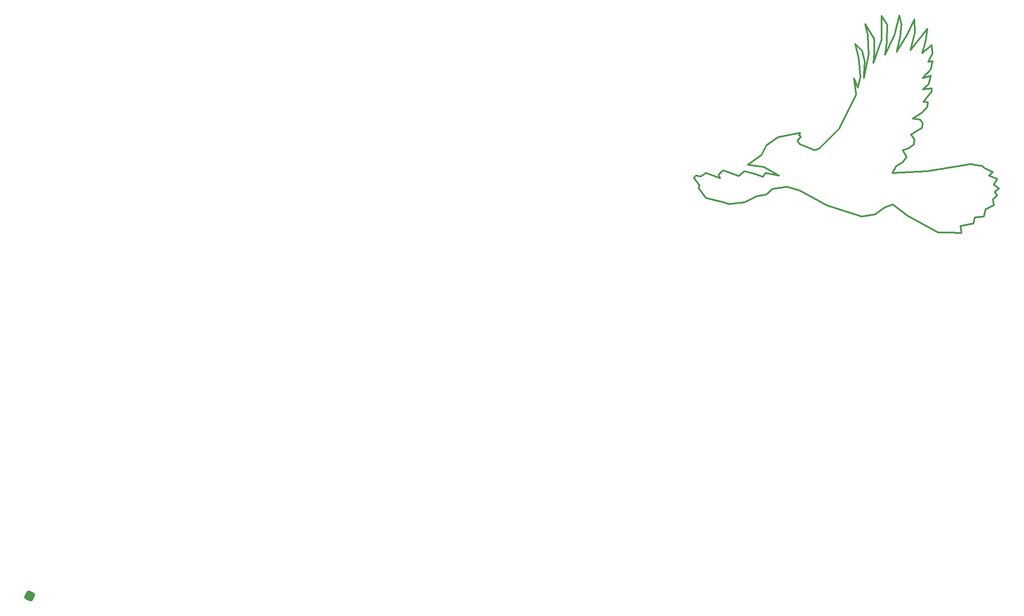
<source format=gbo>
G04 #@! TF.GenerationSoftware,KiCad,Pcbnew,(6.0.5)*
G04 #@! TF.CreationDate,2022-10-04T21:37:59-03:00*
G04 #@! TF.ProjectId,bluejay_base,626c7565-6a61-4795-9f62-6173652e6b69,rev?*
G04 #@! TF.SameCoordinates,Original*
G04 #@! TF.FileFunction,Legend,Bot*
G04 #@! TF.FilePolarity,Positive*
%FSLAX46Y46*%
G04 Gerber Fmt 4.6, Leading zero omitted, Abs format (unit mm)*
G04 Created by KiCad (PCBNEW (6.0.5)) date 2022-10-04 21:37:59*
%MOMM*%
%LPD*%
G01*
G04 APERTURE LIST*
%ADD10C,0.311607*%
%ADD11C,1.000000*%
%ADD12C,4.400000*%
G04 APERTURE END LIST*
D10*
X-21509121Y28475376D02*
X-21509121Y28475376D01*
X4930368Y11893770D02*
X4246591Y11153011D01*
X-15867945Y37250516D02*
X-15867945Y37250516D01*
X-7719596Y33489740D02*
X-7719596Y33489740D01*
X-51310309Y11722832D02*
X-51310309Y11722832D01*
X-13987469Y13033401D02*
X-13987469Y13033401D01*
X-39629107Y11665852D02*
X-39629107Y11665852D01*
X-1394564Y1295216D02*
X-1223620Y-72338D01*
X-39970995Y12862461D02*
X-43162081Y13318312D01*
X-7833559Y25569321D02*
X-7890509Y24657618D01*
X-13246792Y38390146D02*
X-13873591Y35484092D01*
X-32848433Y19529291D02*
X-32848433Y19529291D01*
X-8631303Y25683283D02*
X-8631303Y25683283D01*
X-13987469Y13033401D02*
X-14785202Y11665848D01*
X-27606028Y5340908D02*
X-27606028Y5340908D01*
X-33361265Y18047773D02*
X-32962397Y17363995D01*
X5842077Y10526215D02*
X5842077Y10526215D01*
X770725Y13489252D02*
X770725Y13489252D01*
X-43674788Y5910725D02*
X-46808775Y5625820D01*
X-8916174Y23574970D02*
X-10739584Y22321379D01*
X-48860106Y11323963D02*
X-48860106Y11323963D01*
X-7092803Y27677633D02*
X-8631303Y25683283D01*
D11*
X-183830656Y-71886108D02*
X-183464934Y-71154663D01*
D10*
X5329244Y7962048D02*
X5842077Y7278267D01*
X-52791827Y8759796D02*
X-52791827Y8759796D01*
X-37007963Y11153019D02*
X-39970995Y12862461D01*
X6183966Y8645824D02*
X6183966Y8645824D01*
X-5782139Y41634D02*
X-5782139Y41634D01*
X-16209833Y34857296D02*
X-14329445Y38789015D01*
X-18318146Y35142203D02*
X-18489090Y33318797D01*
X-14329445Y38789015D02*
X-14329445Y38789015D01*
X-20312517Y31096522D02*
X-20312517Y31096522D01*
X-20711386Y35655037D02*
X-20711386Y35655037D01*
X-43788752Y12064722D02*
X-43788752Y12064722D01*
X3334891Y12634531D02*
X4930368Y11893770D01*
X-14785202Y11665848D02*
X-14785202Y11665848D01*
X-3730807Y-15347D02*
X-5782139Y41634D01*
X1454503Y2947678D02*
X1454503Y2947678D01*
X-40198920Y10925095D02*
X-39629107Y11665852D01*
X-5782139Y41634D02*
X-11765190Y3346558D01*
X3163946Y3175602D02*
X1454503Y2947678D01*
X-48518210Y10697166D02*
X-48860106Y11323963D01*
X-11081444Y19187399D02*
X-10454645Y18332674D01*
X-16266722Y4885056D02*
X-18147110Y3517502D01*
D11*
X-183464934Y-71154663D02*
X-184196379Y-70788940D01*
D10*
X-40369986Y15255680D02*
X-39458285Y17136068D01*
X-11594248Y16509270D02*
X-11594248Y16509270D01*
X-7092803Y28247448D02*
X-7092803Y28247448D01*
X-43674788Y5910725D02*
X-43674788Y5910725D01*
X5158300Y9386585D02*
X6183966Y8645824D01*
X-11195469Y35825980D02*
X-7890539Y39928644D01*
X3562813Y4600140D02*
X3163946Y3175602D01*
X-33019377Y19073439D02*
X-33019377Y19073439D01*
X-10511595Y17307009D02*
X-10511595Y17307009D01*
X-51367285Y6765450D02*
X-52791827Y8759796D01*
X-32677496Y18788534D02*
X-32677496Y18788534D01*
X-7263749Y30754631D02*
X-7662616Y29102170D01*
X-19571736Y38789015D02*
X-19571736Y38789015D01*
X-21509121Y28475376D02*
X-20996289Y30583691D01*
X-12961890Y40897328D02*
X-12961890Y40897328D01*
X-39458285Y17136068D02*
X-37179030Y18674568D01*
X-10739584Y22321379D02*
X-9372029Y22207417D01*
X-6921861Y35142202D02*
X-6921861Y35142202D01*
X-47948397Y12178686D02*
X-44928385Y11096039D01*
X-11765190Y3346558D02*
X-14671244Y5511852D01*
X4246591Y11153011D02*
X5842077Y10526215D01*
X-8916207Y35199184D02*
X-8916207Y35199184D01*
X-7035818Y36737683D02*
X-7035818Y36737683D01*
X-41452521Y7107334D02*
X-43674788Y5910725D01*
X-12733879Y13774160D02*
X-12733879Y13774160D01*
X-22021954Y36965611D02*
X-20711386Y35655037D01*
X-25212920Y20440994D02*
X-21907997Y27107822D01*
X-21907997Y27107822D02*
X-21907997Y27107822D01*
X-7890509Y24657618D02*
X-7890509Y24657618D01*
X-21907997Y27107822D02*
X-22306866Y30241800D01*
X-43788752Y12064722D02*
X-41794405Y11551887D01*
X2765079Y13090382D02*
X2765079Y13090382D01*
X-7890509Y24657618D02*
X-8916174Y23574970D01*
X-1736453Y13033401D02*
X-1736453Y13033401D01*
X-46808775Y5625820D02*
X-47834441Y5967709D01*
X3562813Y4600140D02*
X3562813Y4600140D01*
X-10454645Y18332674D02*
X-10511595Y17307009D01*
X-18489090Y33318797D02*
X-18489090Y33318797D01*
X-21338177Y34230501D02*
X-22021954Y36965611D01*
X-39629107Y11665852D02*
X-37007963Y11153019D01*
X-20141573Y33489742D02*
X-20312517Y31096522D01*
X-53304652Y11209999D02*
X-52335974Y11039055D01*
X-10454703Y41866012D02*
X-10454703Y41866012D01*
X-53703528Y10754147D02*
X-53304652Y11209999D01*
X-32962397Y17363995D02*
X-30056341Y16167385D01*
X-32905302Y8189980D02*
X-35412482Y8987720D01*
X-20084568Y40897328D02*
X-18318146Y37991275D01*
X-29144640Y16395311D02*
X-25212920Y20440994D01*
X-10340739Y39187884D02*
X-11195469Y35825980D01*
X-11195469Y35825980D02*
X-11195469Y35825980D01*
X-8916146Y20611935D02*
X-11081444Y19187399D01*
X-51367285Y6765450D02*
X-51367285Y6765450D01*
X-35412482Y8987720D02*
X-35412482Y8987720D01*
X-53304652Y11209999D02*
X-53304652Y11209999D01*
X-52335974Y11039055D02*
X-51310309Y11722832D01*
X-53703528Y10754147D02*
X-53703528Y10754147D01*
X-9372029Y22207417D02*
X-8859196Y21466658D01*
X-7890539Y39928644D02*
X-7890539Y39928644D01*
X-20312517Y31096522D02*
X-20369467Y30298782D01*
X4930368Y11893770D02*
X4930368Y11893770D01*
X-15753981Y40783366D02*
X-15867945Y37250516D01*
X-32677496Y18788534D02*
X-33361265Y18047773D01*
X-10511595Y17307009D02*
X-11594248Y16509270D01*
X-13417736Y42606772D02*
X-12961890Y40897328D01*
X5842077Y10526215D02*
X5158300Y9386585D01*
X-6921861Y33603704D02*
X-6921861Y33603704D01*
X-47834441Y5967709D02*
X-47834441Y5967709D01*
X-13873591Y35484092D02*
X-11879237Y38789015D01*
X-25212920Y20440994D02*
X-25212920Y20440994D01*
X-7890539Y39928644D02*
X-8232429Y37478442D01*
X-11879237Y38789015D02*
X-10454703Y41866012D01*
X-47948397Y12178686D02*
X-47948397Y12178686D01*
X-7662616Y29102170D02*
X-8745261Y28076504D01*
X-7092803Y27677633D02*
X-7092803Y27677633D01*
X-22306866Y30241800D02*
X-22306866Y30241800D01*
X-29144640Y16395311D02*
X-29144640Y16395311D01*
X-6921861Y33603704D02*
X-7206763Y32008224D01*
X-16836624Y42492809D02*
X-16836624Y42492809D01*
X-39515147Y7449223D02*
X-39515147Y7449223D01*
X-18489090Y33318797D02*
X-16836624Y37877313D01*
X-44928385Y11096039D02*
X-43788752Y12064722D01*
X-11993115Y14856806D02*
X-11993115Y14856806D01*
X1454503Y2947678D02*
X1169601Y1751068D01*
X-10454703Y41866012D02*
X-10340739Y39187884D01*
X-32962397Y17363995D02*
X-32962397Y17363995D01*
X4987356Y6537506D02*
X5158300Y5340897D01*
X-52335974Y11039055D02*
X-52335974Y11039055D01*
X-41794405Y11551887D02*
X-41794405Y11551887D01*
X-8802248Y30298780D02*
X-8802248Y30298780D01*
X-52620882Y9215649D02*
X-52620882Y9215649D01*
X-13246792Y38390146D02*
X-13246792Y38390146D01*
X-52620882Y9215649D02*
X-53703528Y10754147D01*
X1169601Y1751068D02*
X-1394564Y1295216D01*
X1169601Y1751068D02*
X1169601Y1751068D01*
X-14671244Y5511852D02*
X-16266722Y4885056D01*
X-8859196Y21466658D02*
X-8916146Y20611935D01*
X-27606028Y5340908D02*
X-32905302Y8189980D01*
X-44928385Y11096039D02*
X-44928385Y11096039D01*
X-13417736Y42606772D02*
X-13417736Y42606772D01*
X-20369467Y30298782D02*
X-19400791Y34914277D01*
X-10454645Y18332674D02*
X-10454645Y18332674D01*
X-19400791Y34914277D02*
X-19571736Y38789015D01*
X-35412482Y8987720D02*
X-38261557Y8588852D01*
X5158300Y5340897D02*
X5158300Y5340897D01*
X-8745261Y28076504D02*
X-8745261Y28076504D01*
X-16266722Y4885056D02*
X-16266722Y4885056D01*
X-10739584Y22321379D02*
X-10739584Y22321379D01*
X5158300Y9386585D02*
X5158300Y9386585D01*
X-8004416Y12007736D02*
X-8004416Y12007736D01*
X-11081444Y19187399D02*
X-11081444Y19187399D01*
X1568468Y13204346D02*
X1568468Y13204346D01*
X-22306866Y30241800D02*
X-21509121Y28475376D01*
X-19571736Y38789015D02*
X-20084568Y40897328D01*
X-8232429Y37478442D02*
X-8232429Y37478442D01*
X-8745261Y28076504D02*
X-7092803Y28247448D01*
X-8004416Y12007736D02*
X-1736453Y13033401D01*
X-12961890Y40897328D02*
X-13246792Y38390146D01*
X-18318146Y37991275D02*
X-18318146Y35142203D01*
X-14329445Y38789015D02*
X-13417736Y42606772D01*
X-1223620Y-72338D02*
X-3730807Y-15347D01*
X-14671244Y5511852D02*
X-14671244Y5511852D01*
X-20141573Y33489742D02*
X-20141573Y33489742D01*
X-11993115Y14856806D02*
X-12733879Y13774160D01*
X-18318146Y35142203D02*
X-18318146Y35142203D01*
X-20768254Y3118633D02*
X-20768254Y3118633D01*
X-13873591Y35484092D02*
X-13873591Y35484092D01*
D11*
X-183464934Y-71154663D02*
X-183464934Y-71154663D01*
D10*
X-9372029Y22207417D02*
X-9372029Y22207417D01*
X-12733879Y13774160D02*
X-13987469Y13033401D01*
X6183966Y8645824D02*
X5329244Y7962048D01*
X-1736453Y13033401D02*
X770725Y13489252D01*
X-30056341Y16167385D02*
X-29144640Y16395311D01*
X-38261557Y8588852D02*
X-39515147Y7449223D01*
X-12733879Y16167379D02*
X-12733879Y16167379D01*
X1568468Y13204346D02*
X2765079Y13090382D01*
X-32848433Y19529291D02*
X-33019377Y19073439D01*
X-20369467Y30298782D02*
X-20369467Y30298782D01*
X-8916207Y35199184D02*
X-7035818Y36737683D01*
X-8802248Y30298780D02*
X-7263749Y30754631D01*
X3163946Y3175602D02*
X3163946Y3175602D01*
X4246591Y11153011D02*
X4246591Y11153011D01*
X-18318146Y37991275D02*
X-18318146Y37991275D01*
X5842077Y7278267D02*
X5842077Y7278267D01*
X-11765190Y3346558D02*
X-11765190Y3346558D01*
X-16836624Y37877313D02*
X-16836624Y42492809D01*
X5329244Y7962048D02*
X5329244Y7962048D01*
D11*
X-184562102Y-71520386D02*
X-184562102Y-71520386D01*
D10*
X-37179030Y18674568D02*
X-37179030Y18674568D01*
X-3730807Y-15347D02*
X-3730807Y-15347D01*
X-21338177Y34230501D02*
X-21338177Y34230501D01*
X-39970995Y12862461D02*
X-39970995Y12862461D01*
X-10340739Y39187884D02*
X-10340739Y39187884D01*
X-7206763Y32008224D02*
X-7206763Y32008224D01*
X-20711386Y35655037D02*
X-20141573Y33489742D01*
X-47834441Y5967709D02*
X-51367285Y6765450D01*
X-41794405Y11551887D02*
X-40198920Y10925095D01*
X-20768254Y3118633D02*
X-27606028Y5340908D01*
X-15867945Y37250516D02*
X-16209833Y34857296D01*
X-6921861Y35142202D02*
X-7719596Y33489740D01*
X-8631303Y25683283D02*
X-7833559Y25569321D01*
X-8859196Y21466658D02*
X-8859196Y21466658D01*
X-46808775Y5625820D02*
X-46808775Y5625820D01*
X-48860106Y11323963D02*
X-47948397Y12178686D01*
D11*
X-184196379Y-70788940D02*
X-184196379Y-70788940D01*
D10*
X-40198920Y10925095D02*
X-40198920Y10925095D01*
X-16836624Y42492809D02*
X-15753981Y40783366D01*
X3334891Y12634531D02*
X3334891Y12634531D01*
X5158300Y5340897D02*
X3562813Y4600140D01*
X-7662616Y29102170D02*
X-7662616Y29102170D01*
X-52791827Y8759796D02*
X-52620882Y9215649D01*
X-38261557Y8588852D02*
X-38261557Y8588852D01*
X-51310309Y11722832D02*
X-48518210Y10697166D01*
X-18147110Y3517502D02*
X-20768254Y3118633D01*
X-16209833Y34857296D02*
X-16209833Y34857296D01*
X-41452521Y7107334D02*
X-41452521Y7107334D01*
X-20084568Y40897328D02*
X-20084568Y40897328D01*
X-37007963Y11153019D02*
X-37007963Y11153019D01*
X-1223620Y-72338D02*
X-1223620Y-72338D01*
X-30056341Y16167385D02*
X-30056341Y16167385D01*
X-7833559Y25569321D02*
X-7833559Y25569321D01*
X-11594248Y16509270D02*
X-12733879Y16167379D01*
X4987356Y6537506D02*
X4987356Y6537506D01*
X-48518210Y10697166D02*
X-48518210Y10697166D01*
X-20996289Y30583691D02*
X-21338177Y34230501D01*
X-16836624Y37877313D02*
X-16836624Y37877313D01*
X-39458285Y17136068D02*
X-39458285Y17136068D01*
X-20996289Y30583691D02*
X-20996289Y30583691D01*
X-7263749Y30754631D02*
X-7263749Y30754631D01*
X-37179030Y18674568D02*
X-32848433Y19529291D01*
X5842077Y7278267D02*
X4987356Y6537506D01*
X-7206763Y32008224D02*
X-8802248Y30298780D01*
X-33019377Y19073439D02*
X-32677496Y18788534D01*
X-11879237Y38789015D02*
X-11879237Y38789015D01*
X-40369986Y15255680D02*
X-40369986Y15255680D01*
X-8916174Y23574970D02*
X-8916174Y23574970D01*
X-22021954Y36965611D02*
X-22021954Y36965611D01*
X-1394564Y1295216D02*
X-1394564Y1295216D01*
X-12733879Y16167379D02*
X-11993115Y14856806D01*
X770725Y13489252D02*
X1568468Y13204346D01*
X-18147110Y3517502D02*
X-18147110Y3517502D01*
X-8916146Y20611935D02*
X-8916146Y20611935D01*
X-15753981Y40783366D02*
X-15753981Y40783366D01*
D11*
X-184562102Y-71520386D02*
X-183830656Y-71886108D01*
D10*
X-8232429Y37478442D02*
X-8916207Y35199184D01*
X-43162081Y13318312D02*
X-40369986Y15255680D01*
X-39515147Y7449223D02*
X-41452521Y7107334D01*
X-7035818Y36737683D02*
X-6921861Y35142202D01*
X-19400791Y34914277D02*
X-19400791Y34914277D01*
D11*
X-184196379Y-70788940D02*
X-184562102Y-71520386D01*
D10*
X-14785202Y11665848D02*
X-8004416Y12007736D01*
X-32905302Y8189980D02*
X-32905302Y8189980D01*
X-33361265Y18047773D02*
X-33361265Y18047773D01*
X-7719596Y33489740D02*
X-6921861Y33603704D01*
X-7092803Y28247448D02*
X-7092803Y27677633D01*
X2765079Y13090382D02*
X3334891Y12634531D01*
%LPC*%
D12*
X-29150000Y-9550000D03*
X-29090000Y28590000D03*
X9000000Y28600000D03*
X40230000Y-63820000D03*
X9300000Y-31520000D03*
X-66800000Y2400000D03*
M02*

</source>
